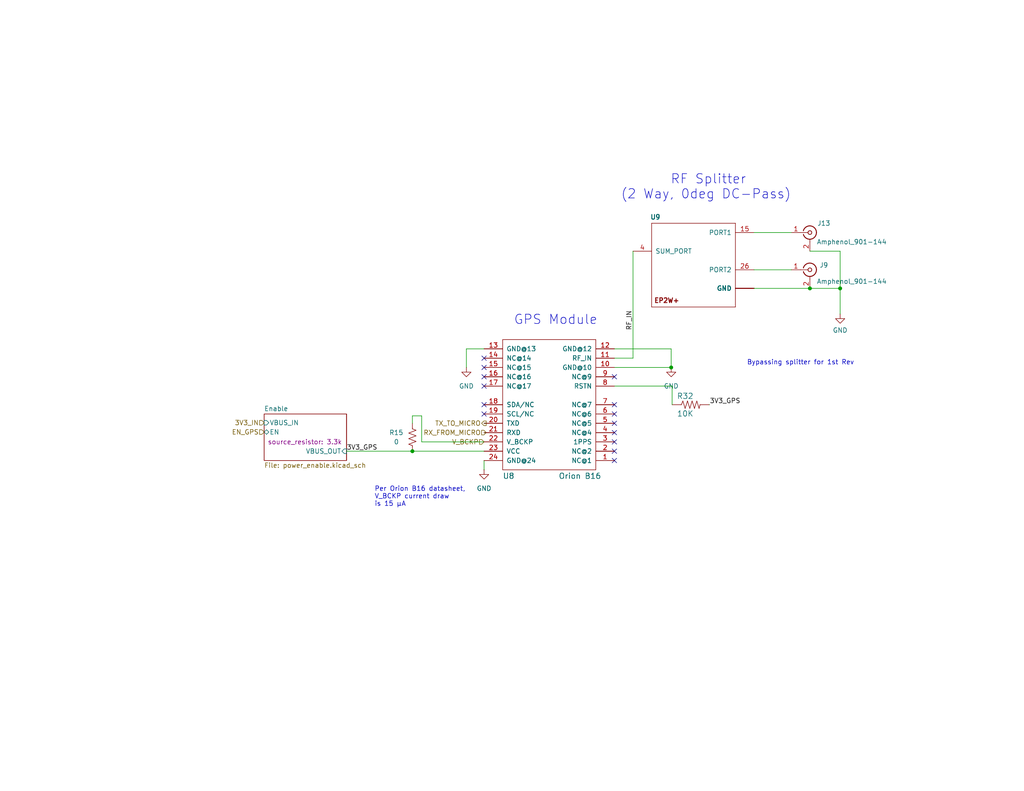
<source format=kicad_sch>
(kicad_sch (version 20231120) (generator "eeschema") (generator_version "8.0")
  (paper "A")
  (title_block (title "PiCoral") (date "2024-08-07") (rev "1.0.0") (company "Stanford Student Space Initiative") (comment 1 "RE: Flynn Dreilinger"))
  (lib_symbols
    (symbol "Connector:Conn_Coaxial" (pin_names (offset 1.016) hide)
      (property "Reference" "J" (at 0.254 3.048 0))
      (property "Value" "Conn_Coaxial" (at 2.921 0 90))
      (symbol "Conn_Coaxial_0_1"
        (arc (start -1.778 -0.508) (mid 0.2311 -1.8066) (end 1.778 0) (stroke (width 0.254)))
        (polyline (pts (xy -2.54 0) (xy -0.508 0)))
        (polyline (pts (xy 0 -2.54) (xy 0 -1.778)))
        (circle (center 0 0) (radius 0.508) (stroke (width 0.2032)))
        (arc (start 1.778 0) (mid 0.2099 1.8101) (end -1.778 0.508) (stroke (width 0.254)))
      )
      (symbol "Conn_Coaxial_1_1"
        (pin passive line (at -5.08 0 0) (length 2.54) (name "In") (number "1"))
        (pin passive line (at 0 -5.08 90) (length 2.54) (name "Ext") (number "2"))
      )
    )
    (symbol "Device:R_US" (pin_numbers hide) (pin_names (offset 0))
      (property "Reference" "R" (at 2.54 0 90))
      (property "Value" "R_US" (at -2.54 0 90))
      (symbol "R_US_0_1"
        (polyline (pts (xy 0 -2.286) (xy 0 -2.54)))
        (polyline (pts (xy 0 2.286) (xy 0 2.54)))
        (polyline (pts (xy 0 -0.762) (xy 1.016 -1.143) (xy 0 -1.524) (xy -1.016 -1.905) (xy 0 -2.286)))
        (polyline (pts (xy 0 0.762) (xy 1.016 0.381) (xy 0 0) (xy -1.016 -0.381) (xy 0 -0.762)))
        (polyline (pts (xy 0 2.286) (xy 1.016 1.905) (xy 0 1.524) (xy -1.016 1.143) (xy 0 0.762)))
      )
      (symbol "R_US_1_1"
        (pin passive line (at 0 3.81 270) (length 1.27) (name "~") (number "1"))
        (pin passive line (at 0 -3.81 90) (length 1.27) (name "~") (number "2"))
      )
    )
    (symbol "mainboard:10KOHM-1_10W-1%(0603)0603" (pin_names (offset 1.016))
      (property "Reference" "R" (at -3.81 1.4986 0))
      (property "Value" "10KOHM-1_10W-1%(0603)0603" (at -3.81 -3.302 0))
      (symbol "10KOHM-1_10W-1%(0603)0603_1_0"
        (polyline (pts (xy -2.54 0) (xy -2.159 1.016)))
        (polyline (pts (xy -2.159 1.016) (xy -1.524 -1.016)))
        (polyline (pts (xy -1.524 -1.016) (xy -0.889 1.016)))
        (polyline (pts (xy -0.889 1.016) (xy -0.254 -1.016)))
        (polyline (pts (xy -0.254 -1.016) (xy 0.381 1.016)))
        (polyline (pts (xy 0.381 1.016) (xy 1.016 -1.016)))
        (polyline (pts (xy 1.016 -1.016) (xy 1.651 1.016)))
        (polyline (pts (xy 1.651 1.016) (xy 2.286 -1.016)))
        (polyline (pts (xy 2.286 -1.016) (xy 2.54 0)))
        (pin passive line (at -5.08 0 0) (length 2.54) (name "1") (number "1"))
        (pin passive line (at 5.08 0 180) (length 2.54) (name "2") (number "2"))
      )
    )
    (symbol "mainboard:EP2W+" (pin_names (offset 1.016))
      (property "Reference" "U" (at -7.62 10.16 0))
      (symbol "EP2W+_1_0"
        (polyline (pts (xy -12.7 -15.24) (xy -12.7 7.62)))
        (polyline (pts (xy -12.7 7.62) (xy 10.16 7.62)))
        (polyline (pts (xy 10.16 -15.24) (xy -12.7 -15.24)))
        (polyline (pts (xy 10.16 7.62) (xy 10.16 -15.24)))
        (text "EP2W+" (at -5.08 -12.7 0) (effects (font (size 1.27 1.27) (bold yes)) (justify right top)))
        (pin bidirectional line (at 15.24 -10.16 180) (length 5.08) (name "GND") (number "1"))
        (pin bidirectional line (at 15.24 -10.16 180) (length 5.08) (name "GND") (number "10"))
        (pin bidirectional line (at 15.24 -10.16 180) (length 5.08) (name "GND") (number "11"))
        (pin bidirectional line (at 15.24 -10.16 180) (length 5.08) (name "GND") (number "12"))
        (pin bidirectional line (at 15.24 -10.16 180) (length 5.08) (name "GND") (number "13"))
        (pin bidirectional line (at 15.24 -10.16 180) (length 5.08) (name "GND") (number "14"))
        (pin bidirectional line (at 15.24 5.08 180) (length 5.08) (name "PORT1") (number "15"))
        (pin bidirectional line (at 15.24 -10.16 180) (length 5.08) (name "GND") (number "16"))
        (pin bidirectional line (at 15.24 -10.16 180) (length 5.08) (name "GND") (number "17"))
        (pin bidirectional line (at 15.24 -10.16 180) (length 5.08) (name "GND") (number "18"))
        (pin bidirectional line (at 15.24 -10.16 180) (length 5.08) (name "GND") (number "19"))
        (pin bidirectional line (at 15.24 -10.16 180) (length 5.08) (name "GND") (number "2"))
        (pin bidirectional line (at 15.24 -10.16 180) (length 5.08) (name "GND") (number "20"))
        (pin bidirectional line (at 15.24 -10.16 180) (length 5.08) (name "GND") (number "21"))
        (pin bidirectional line (at 15.24 -10.16 180) (length 5.08) (name "GND") (number "22"))
        (pin bidirectional line (at 15.24 -10.16 180) (length 5.08) (name "GND") (number "23"))
        (pin bidirectional line (at 15.24 -10.16 180) (length 5.08) (name "GND") (number "24"))
        (pin bidirectional line (at 15.24 -10.16 180) (length 5.08) (name "GND") (number "25"))
        (pin bidirectional line (at 15.24 -5.08 180) (length 5.08) (name "PORT2") (number "26"))
        (pin bidirectional line (at 15.24 -10.16 180) (length 5.08) (name "GND") (number "27"))
        (pin bidirectional line (at 15.24 -10.16 180) (length 5.08) (name "GND") (number "28"))
        (pin bidirectional line (at 15.24 -10.16 180) (length 5.08) (name "GND") (number "29"))
        (pin bidirectional line (at 15.24 -10.16 180) (length 5.08) (name "GND") (number "3"))
        (pin bidirectional line (at 15.24 -10.16 180) (length 5.08) (name "GND") (number "30"))
        (pin bidirectional line (at 15.24 -10.16 180) (length 5.08) (name "GND") (number "31"))
        (pin bidirectional line (at 15.24 -10.16 180) (length 5.08) (name "GND") (number "32"))
        (pin bidirectional line (at -17.78 0 0) (length 5.08) (name "SUM_PORT") (number "4"))
        (pin bidirectional line (at 15.24 -10.16 180) (length 5.08) (name "GND") (number "5"))
        (pin bidirectional line (at 15.24 -10.16 180) (length 5.08) (name "GND") (number "6"))
        (pin bidirectional line (at 15.24 -10.16 180) (length 5.08) (name "GND") (number "7"))
        (pin bidirectional line (at 15.24 -10.16 180) (length 5.08) (name "GND") (number "8"))
        (pin bidirectional line (at 15.24 -10.16 180) (length 5.08) (name "GND") (number "9"))
        (pin bidirectional line (at 15.24 -10.16 180) (length 5.08) (name "GND") (number "EP"))
      )
    )
    (symbol "mainboard:S1216V8" (pin_names (offset 1.016))
      (property "Reference" "U14" (at -12.7 -20.32 0))
      (property "Value" "S1216V8" (at 2.54 -20.32 0))
      (symbol "S1216V8_1_0"
        (polyline (pts (xy -12.7 -17.78) (xy 12.7 -17.78)))
        (polyline (pts (xy -12.7 17.78) (xy -12.7 -17.78)))
        (polyline (pts (xy 12.7 -17.78) (xy 12.7 17.78)))
        (polyline (pts (xy 12.7 17.78) (xy -12.7 17.78)))
        (pin bidirectional line (at 17.78 -15.24 180) (length 5.08) (name "NC@1") (number "1"))
        (pin bidirectional line (at 17.78 10.16 180) (length 5.08) (name "GND@10") (number "10"))
        (pin bidirectional line (at 17.78 12.7 180) (length 5.08) (name "RF_IN") (number "11"))
        (pin bidirectional line (at 17.78 15.24 180) (length 5.08) (name "GND@12") (number "12"))
        (pin bidirectional line (at -17.78 15.24 0) (length 5.08) (name "GND@13") (number "13"))
        (pin bidirectional line (at -17.78 12.7 0) (length 5.08) (name "NC@14") (number "14"))
        (pin bidirectional line (at -17.78 10.16 0) (length 5.08) (name "NC@15") (number "15"))
        (pin bidirectional line (at -17.78 7.62 0) (length 5.08) (name "NC@16") (number "16"))
        (pin bidirectional line (at -17.78 5.08 0) (length 5.08) (name "NC@17") (number "17"))
        (pin bidirectional line (at -17.78 0 0) (length 5.08) (name "SDA/NC") (number "18"))
        (pin bidirectional line (at -17.78 -2.54 0) (length 5.08) (name "SCL/NC") (number "19"))
        (pin bidirectional line (at 17.78 -12.7 180) (length 5.08) (name "NC@2") (number "2"))
        (pin bidirectional line (at -17.78 -5.08 0) (length 5.08) (name "TXD") (number "20"))
        (pin bidirectional line (at -17.78 -7.62 0) (length 5.08) (name "RXD") (number "21"))
        (pin bidirectional line (at -17.78 -10.16 0) (length 5.08) (name "V_BCKP") (number "22"))
        (pin bidirectional line (at -17.78 -12.7 0) (length 5.08) (name "VCC") (number "23"))
        (pin bidirectional line (at -17.78 -15.24 0) (length 5.08) (name "GND@24") (number "24"))
        (pin bidirectional line (at 17.78 -10.16 180) (length 5.08) (name "1PPS") (number "3"))
        (pin bidirectional line (at 17.78 -7.62 180) (length 5.08) (name "NC@4") (number "4"))
        (pin bidirectional line (at 17.78 -5.08 180) (length 5.08) (name "NC@5") (number "5"))
        (pin bidirectional line (at 17.78 -2.54 180) (length 5.08) (name "NC@6") (number "6"))
        (pin bidirectional line (at 17.78 0 180) (length 5.08) (name "NC@7") (number "7"))
        (pin bidirectional line (at 17.78 5.08 180) (length 5.08) (name "RSTN") (number "8"))
        (pin bidirectional line (at 17.78 7.62 180) (length 5.08) (name "NC@9") (number "9"))
      )
    )
    (symbol "power:GND" (power) (pin_numbers hide) (pin_names (offset 0) hide)
      (property "Value" "GND" (at 0 -3.81 0))
      (symbol "GND_0_1"
        (polyline (pts (xy 0 0) (xy 0 -1.27) (xy 1.27 -1.27) (xy 0 -2.54) (xy -1.27 -1.27) (xy 0 -1.27)))
      )
      (symbol "GND_1_1"
        (pin power_in line (at 0 0 270) (length 0) (name "~") (number "1"))
      )
    )
  )
  (junction (at 112.522 123.19))
  (junction (at 183.134 100.33))
  (junction (at 229.235 78.74))
  (junction (at 220.98 78.74))
  (no_connect (at 132.08 113.03))
  (no_connect (at 167.64 115.57))
  (no_connect (at 132.08 100.33))
  (no_connect (at 167.64 118.11))
  (no_connect (at 167.64 120.65))
  (no_connect (at 132.08 97.79))
  (no_connect (at 132.08 105.41))
  (no_connect (at 167.64 113.03))
  (no_connect (at 132.08 102.87))
  (no_connect (at 167.64 102.87))
  (no_connect (at 132.08 110.49))
  (no_connect (at 167.64 125.73))
  (no_connect (at 167.64 110.49))
  (no_connect (at 167.64 123.19))
  (wire (pts (xy 115.062 113.538) (xy 115.062 120.65)))
  (wire (pts (xy 167.64 105.41) (xy 183.388 105.41)))
  (wire (pts (xy 94.5642 123.19) (xy 112.522 123.19)))
  (wire (pts (xy 183.134 95.25) (xy 183.134 100.33)))
  (wire (pts (xy 205.74 73.66) (xy 215.9 73.66)))
  (wire (pts (xy 127.254 95.25) (xy 127.254 100.33)))
  (wire (pts (xy 183.134 100.33) (xy 167.64 100.33)))
  (wire (pts (xy 172.72 68.58) (xy 172.72 97.79)))
  (wire (pts (xy 132.08 125.73) (xy 132.08 128.27)))
  (wire (pts (xy 115.062 120.65) (xy 132.08 120.65)))
  (wire (pts (xy 205.74 63.5) (xy 215.9 63.5)))
  (wire (pts (xy 132.08 115.57) (xy 132.6642 115.57)))
  (wire (pts (xy 132.08 95.25) (xy 127.254 95.25)))
  (wire (pts (xy 229.235 78.74) (xy 229.235 85.725)))
  (wire (pts (xy 205.74 78.74) (xy 220.98 78.74)))
  (wire (pts (xy 183.388 105.41) (xy 183.388 110.49)))
  (wire (pts (xy 167.64 97.79) (xy 172.72 97.79)))
  (wire (pts (xy 167.64 95.25) (xy 183.134 95.25)))
  (wire (pts (xy 229.235 78.74) (xy 220.98 78.74)))
  (wire (pts (xy 229.235 68.58) (xy 229.235 78.74)))
  (wire (pts (xy 112.522 113.538) (xy 115.062 113.538)))
  (wire (pts (xy 132.08 118.11) (xy 132.6642 118.11)))
  (wire (pts (xy 112.522 123.19) (xy 132.08 123.19)))
  (wire (pts (xy 112.522 115.57) (xy 112.522 113.538)))
  (wire (pts (xy 193.548 110.49) (xy 193.6242 110.49)))
  (wire (pts (xy 229.235 68.58) (xy 220.98 68.58)))
  (text "       RF Splitter \n(2 Way, 0deg DC-Pass)" (at 169.3672 54.61 0) (effects (font (size 2.54 2.54)) (justify left bottom)))
  (text "GPS Module" (at 140.1572 88.9 0) (effects (font (size 2.54 2.54)) (justify left bottom)))
  (text "Bypassing splitter for 1st Rev" (at 218.44 99.06 0) (effects (font (size 1.27 1.27))))
  (text "Per Orion B16 datasheet, \nV_BCKP current draw \nis 15 μA" (at 102.1842 138.43 0) (effects (font (size 1.27 1.27)) (justify left bottom)))
  (label "RF_IN" (at 172.72 90.17 90))
  (label "3V3_GPS" (at 193.6242 110.49 0))
  (label "3V3_GPS" (at 94.5642 123.19 0))
  (hierarchical_label "V_BCKP" (shape input) (at 132.08 120.65 180))
  (hierarchical_label "TX_TO_MICRO" (shape output) (at 132.6642 115.57 180))
  (hierarchical_label "RX_FROM_MICRO" (shape input) (at 132.6642 118.11 180))
  (hierarchical_label "EN_GPS" (shape input) (at 72.0852 117.9576 180))
  (hierarchical_label "3V3_IN" (shape input) (at 72.0852 115.4176 180))
  (symbol (lib_id "power:GND") (at 127.254 100.33 0) (unit 1)
    (property "Reference" "#PWR065" (effects (hide yes)))
    (property "Value" "GND" (at 127.254 105.41 0))
    (property "Description" "Power symbol creates a global label with name \"GND\" , ground" (effects (hide yes)))
  )
  (symbol (lib_id "Connector:Conn_Coaxial") (at 220.98 73.66 0) (unit 1)
    (property "Reference" "J9" (at 224.79 72.39 0))
    (property "Value" "Amphenol_901-144" (at 232.41 76.835 0))
    (property "Footprint" "Connector_Coaxial:SMA_Amphenol_901-144_Vertical" (effects (hide yes)))
    (property "Datasheet" "https://www.amphenolrf.com/library/download/link/link_id/593640/parent/901-144/" (effects (hide yes)))
    (property "Description" "Amphenol RF SMA" (effects (hide yes)))
    (property "Flight" "901-144" (effects (hide yes)))
    (property "Manufacturer_Name" "Amphenol" (effects (hide yes)))
    (property "Manufacturer_Part_Number" "901-144" (effects (hide yes)))
    (property "Proto" "901-144" (effects (hide yes)))
  )
  (symbol (lib_id "power:GND") (at 229.235 85.725 0) (unit 1)
    (property "Reference" "#PWR034" (effects (hide yes)))
    (property "Value" "GND" (at 229.235 90.17 0))
    (property "Description" "Power symbol creates a global label with name \"GND\" , ground" (effects (hide yes)))
  )
  (symbol (lib_id "Connector:Conn_Coaxial") (at 220.98 63.5 0) (unit 1)
    (property "Reference" "J13" (at 224.79 60.96 0))
    (property "Value" "Amphenol_901-144" (at 232.41 66.04 0))
    (property "Footprint" "Connector_Coaxial:SMA_Amphenol_901-144_Vertical" (effects (hide yes)))
    (property "Datasheet" "https://www.amphenolrf.com/library/download/link/link_id/593640/parent/901-144/" (effects (hide yes)))
    (property "Description" "Amphenol RF SMA" (effects (hide yes)))
    (property "Flight" "901-144" (effects (hide yes)))
    (property "Manufacturer_Name" "Amphenol" (effects (hide yes)))
    (property "Manufacturer_Part_Number" "901-144" (effects (hide yes)))
    (property "Proto" "901-144" (effects (hide yes)))
  )
  (symbol (lib_id "power:GND") (at 132.08 128.27 0) (unit 1)
    (property "Reference" "#PWR066" (effects (hide yes)))
    (property "Value" "GND" (at 132.08 133.35 0))
    (property "Description" "Power symbol creates a global label with name \"GND\" , ground" (effects (hide yes)))
  )
  (symbol (lib_id "mainboard:10KOHM-1_10W-1%(0603)0603") (at 188.468 110.49 0) (unit 1)
    (property "Reference" "R32" (at 184.658 108.9914 0) (effects (font (size 1.4986 1.4986)) (justify left bottom)))
    (property "Value" "10K" (at 184.658 113.792 0) (effects (font (size 1.4986 1.4986)) (justify left bottom)))
    (property "Footprint" "Resistor_SMD:R_0603_1608Metric_Pad0.98x0.95mm_HandSolder" (effects (hide yes)))
    (property "Description" "10K 0603" (effects (hide yes)))
    (instances (project "adcs-hardware" (path "" (reference "R32") (unit 1))) (project "sqrt_of_g_temp" (path "" (reference "R22") (unit 1))) (project "mainboard" (path "" (reference "R?") (unit 1))))
  )
  (symbol (lib_id "Device:R_US") (at 112.522 119.38 0) (unit 1)
    (property "Reference" "R15" (at 106.172 118.11 0) (effects (justify left)))
    (property "Value" "0" (at 107.442 120.65 0) (effects (justify left)))
    (property "Footprint" "Resistor_SMD:R_0603_1608Metric_Pad0.98x0.95mm_HandSolder" (effects (hide yes)))
    (property "Description" "Resistor, US symbol" (effects (hide yes)))
  )
  (symbol (lib_id "mainboard:S1216V8") (at 149.86 110.49 0) (unit 1)
    (property "Reference" "U8" (at 137.16 130.81 0) (effects (font (size 1.4986 1.4986)) (justify left bottom)))
    (property "Value" "Orion B16" (at 152.4 130.81 0) (effects (font (size 1.4986 1.4986)) (justify left bottom)))
    (property "Footprint" "mainboard:S1216_24PIN_PACKAGE" (effects (hide yes)))
    (property "Datasheet" "${KIPRJMOD}/../datasheets/Orion_B16_FLIGHT.pdf" (effects (hide yes)))
    (property "Manufacturer_Name" "SkyTraq" (effects (hide yes)))
    (property "Unit Price" "850.0" (effects (hide yes)))
    (property "Unit Price (Proto)" "6.80" (effects (hide yes)))
    (property "Flight" "B16" (effects (hide yes)))
    (instances (project "adcs-hardware" (path "" (reference "U8") (unit 1))) (project "sqrt_of_g_temp" (path "" (reference "U7") (unit 1))) (project "mainboard" (path "" (reference "U?") (unit 1))))
  )
  (symbol (lib_id "power:GND") (at 183.134 100.33 0) (unit 1)
    (property "Reference" "#PWR067" (effects (hide yes)))
    (property "Value" "GND" (at 183.134 105.41 0))
    (property "Description" "Power symbol creates a global label with name \"GND\" , ground" (effects (hide yes)))
  )
  (symbol (lib_id "mainboard:EP2W+") (at 190.5 68.58 0) (unit 1)
    (property "Reference" "U9" (at 180.34 58.42 0) (effects (font (bold yes)) (justify right top)))
    (property "Value" "EP2W+" (effects (hide yes)))
    (property "Footprint" "mainboard:QFN32-5X5MM" (effects (hide yes)))
    (property "Datasheet" "${KIPRJMOD}/../datasheets/EP2W1+.pdf" (effects (hide yes)))
    (property "Description" "RF Splitter DC-Pass" (effects (hide yes)))
    (property "Flight" "EP2W+" (effects (hide yes)))
    (property "Manufacturer_Name" "Mini Circuits" (effects (hide yes)))
    (property "Unit Price" "24.92" (effects (hide yes)))
    (instances (project "adcs-hardware" (path "" (reference "U9") (unit 1))) (project "sqrt_of_g_temp" (path "" (reference "U8") (unit 1))) (project "mainboard" (path "" (reference "U?") (unit 1))))
  )
  (sheet (at 72.0852 113.03) (size 22.479 12.7) (stroke (width 0.1524))
    (property "Sheetname" "Enable" (at 72.0852 112.3184 0) (effects (justify left bottom)))
    (property "Sheetfile" "power_enable.kicad_sch" (at 72.0852 126.3146 0) (effects (justify left top)))
    (property "source_resistor" "3.3k" (at 83.185 120.65 0) (show_name yes))
    (pin "VBUS_IN" input (at 72.0852 115.4176 180))
    (pin "EN" bidirectional (at 72.0852 117.9576 180))
    (pin "VBUS_OUT" input (at 94.5642 123.19 0))
  )
)
</source>
